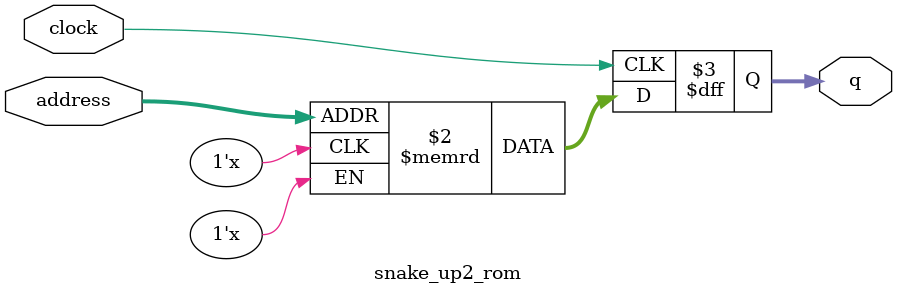
<source format=sv>
module snake_up2_rom (
	input logic clock,
	input logic [9:0] address,
	output logic [3:0] q
);

logic [3:0] memory [0:944] /* synthesis ram_init_file = "./snake_up2.mif" */;

always_ff @ (posedge clock) begin
	q <= memory[address];
end

endmodule

</source>
